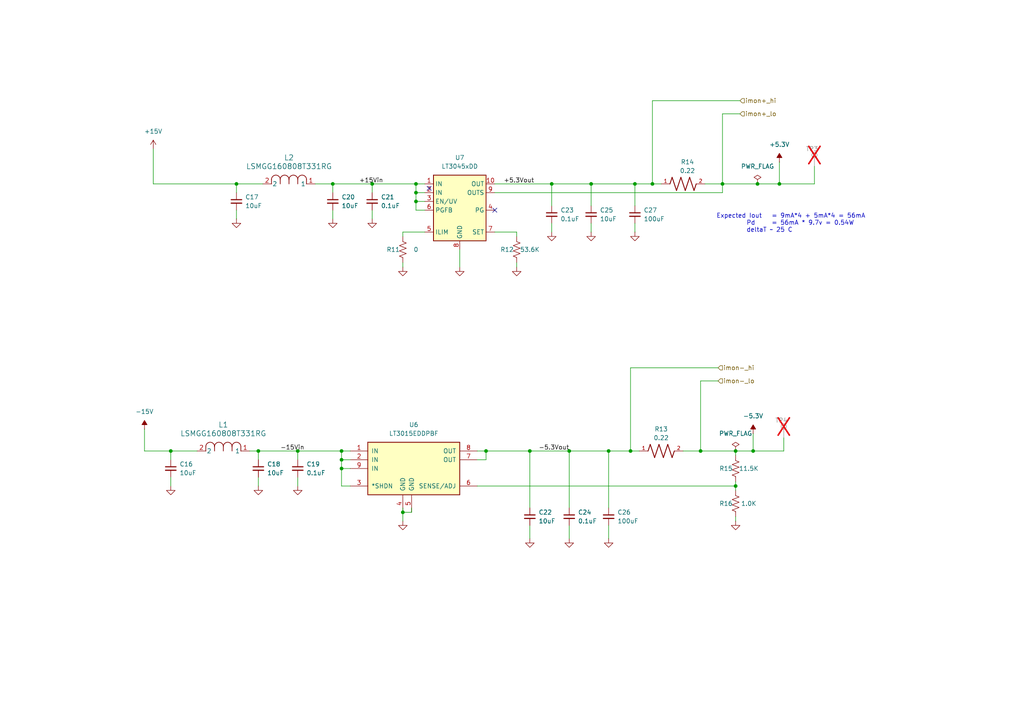
<source format=kicad_sch>
(kicad_sch (version 20250114) (generator "eeschema") (generator_version "9.0")
  (paper "A4")
  (lib_symbols
    (symbol "Connector:TestPoint" (pin_numbers (hide yes)) (pin_names (offset 0.762) (hide yes))
      (property "Reference" "TP" (at 0 6.858 0))
      (property "Value" "TestPoint" (at 0 5.08 0))
      (symbol "TestPoint_0_1"
        (circle (center 0 3.302) (radius 0.762))
      )
      (symbol "TestPoint_1_1"
        (pin passive line (at 0 0 90) (length 2.54) (name "1") (number "1"))
      )
    )
    (symbol "Device:C_Small" (pin_numbers (hide yes)) (pin_names (offset 0.254) (hide yes))
      (property "Reference" "C" (at 0.254 1.778 0))
      (property "Value" "C_Small" (at 0.254 -2.032 0))
      (symbol "C_Small_0_1"
        (polyline (pts (xy -1.524 0.508) (xy 1.524 0.508)) (stroke (width 0.3048)))
        (polyline (pts (xy -1.524 -0.508) (xy 1.524 -0.508)) (stroke (width 0.3302)))
      )
      (symbol "C_Small_1_1"
        (pin passive line (at 0 2.54 270) (length 2.032) (name "~") (number "1"))
        (pin passive line (at 0 -2.54 90) (length 2.032) (name "~") (number "2"))
      )
    )
    (symbol "Device:R_US" (pin_numbers (hide yes)) (pin_names (offset 0))
      (property "Reference" "R" (at 2.54 0 90))
      (property "Value" "R_US" (at -2.54 0 90))
      (symbol "R_US_0_1"
        (polyline (pts (xy 0 2.286) (xy 0 2.54)))
        (polyline (pts (xy 0 2.286) (xy 1.016 1.905) (xy 0 1.524) (xy -1.016 1.143) (xy 0 0.762)))
        (polyline (pts (xy 0 0.762) (xy 1.016 0.381) (xy 0 0) (xy -1.016 -0.381) (xy 0 -0.762)))
        (polyline (pts (xy 0 -0.762) (xy 1.016 -1.143) (xy 0 -1.524) (xy -1.016 -1.905) (xy 0 -2.286)))
        (polyline (pts (xy 0 -2.286) (xy 0 -2.54)))
      )
      (symbol "R_US_1_1"
        (pin passive line (at 0 3.81 270) (length 1.27) (name "~") (number "1"))
        (pin passive line (at 0 -3.81 90) (length 1.27) (name "~") (number "2"))
      )
    )
    (symbol "LSMGG160808T331RG_1" (pin_names (offset 0.254))
      (property "Reference" "L" (at 6.985 5.08 0))
      (property "Value" "LSMGG160808T331RG" (at 6.985 -2.54 0))
      (symbol "LSMGG160808T331RG_1_1_1"
        (polyline (pts (xy 2.54 0) (xy 2.54 1.27)) (stroke (width 0.2032)))
        (arc (start 2.54 1.27) (mid 3.81 2.5344) (end 5.08 1.27) (stroke (width 0.2032)))
        (polyline (pts (xy 5.08 0) (xy 5.08 1.27)) (stroke (width 0.2032)))
        (arc (start 5.08 1.27) (mid 6.35 2.5344) (end 7.62 1.27) (stroke (width 0.2032)))
        (polyline (pts (xy 7.62 0) (xy 7.62 1.27)) (stroke (width 0.2032)))
        (arc (start 7.62 1.27) (mid 8.89 2.5344) (end 10.16 1.27) (stroke (width 0.2032)))
        (polyline (pts (xy 10.16 0) (xy 10.16 1.27)) (stroke (width 0.2032)))
        (arc (start 10.16 1.27) (mid 11.43 2.5344) (end 12.7 1.27) (stroke (width 0.2032)))
        (polyline (pts (xy 12.7 0) (xy 12.7 1.27)) (stroke (width 0.2032)))
        (pin unspecified line (at 0 0 0) (length 2.54) (name "2") (number "2"))
        (pin unspecified line (at 15.24 0 180) (length 2.54) (name "1") (number "1"))
      )
      (symbol "LSMGG160808T331RG_1_1_2"
        (arc (start -1.27 10.16) (mid -2.5344 11.43) (end -1.27 12.7) (stroke (width 0.2032)))
        (arc (start -1.27 7.62) (mid -2.5344 8.89) (end -1.27 10.16) (stroke (width 0.2032)))
        (arc (start -1.27 5.08) (mid -2.5344 6.35) (end -1.27 7.62) (stroke (width 0.2032)))
        (arc (start -1.27 2.54) (mid -2.5344 3.81) (end -1.27 5.08) (stroke (width 0.2032)))
        (polyline (pts (xy 0 12.7) (xy -1.27 12.7)) (stroke (width 0.2032)))
        (polyline (pts (xy 0 10.16) (xy -1.27 10.16)) (stroke (width 0.2032)))
        (polyline (pts (xy 0 7.62) (xy -1.27 7.62)) (stroke (width 0.2032)))
        (polyline (pts (xy 0 5.08) (xy -1.27 5.08)) (stroke (width 0.2032)))
        (polyline (pts (xy 0 2.54) (xy -1.27 2.54)) (stroke (width 0.2032)))
        (pin unspecified line (at 0 15.24 270) (length 2.54) (name "1") (number "1"))
        (pin unspecified line (at 0 0 90) (length 2.54) (name "2") (number "2"))
      )
    )
    (symbol "power:+15V" (power) (pin_numbers (hide yes)) (pin_names (offset 0) (hide yes))
      (property "Value" "+15V" (at 0 3.556 0))
      (symbol "+15V_0_1"
        (polyline (pts (xy -0.762 1.27) (xy 0 2.54)))
        (polyline (pts (xy 0 2.54) (xy 0.762 1.27)))
        (polyline (pts (xy 0 0) (xy 0 2.54)))
      )
      (symbol "+15V_1_1"
        (pin power_in line (at 0 0 90) (length 0) (name "~") (number "1"))
      )
    )
    (symbol "power:GND" (power) (pin_numbers (hide yes)) (pin_names (offset 0) (hide yes))
      (property "Value" "GND" (at 0 -3.81 0))
      (symbol "GND_0_1"
        (polyline (pts (xy 0 0) (xy 0 -1.27) (xy 1.27 -1.27) (xy 0 -2.54) (xy -1.27 -1.27) (xy 0 -1.27)))
      )
      (symbol "GND_1_1"
        (pin power_in line (at 0 0 270) (length 0) (name "~") (number "1"))
      )
    )
    (symbol "power:PWR_FLAG" (power) (pin_numbers (hide yes)) (pin_names (offset 0) (hide yes))
      (property "Value" "PWR_FLAG" (at 0 3.81 0))
      (symbol "PWR_FLAG_0_0"
        (pin power_out line (at 0 0 90) (length 0) (name "~") (number "1"))
      )
      (symbol "PWR_FLAG_0_1"
        (polyline (pts (xy 0 0) (xy 0 1.27) (xy -1.016 1.905) (xy 0 2.54) (xy 1.016 1.905) (xy 0 1.27)))
      )
    )
    (symbol "psc:+5.3V" (power) (pin_numbers (hide yes)) (pin_names (offset 0) (hide yes))
      (property "Value" "+5.3V" (at 0 3.556 0))
      (symbol "+5.3V_0_0"
        (pin power_in line (at 0 0 90) (length 0) (name "~") (number "1"))
      )
      (symbol "+5.3V_0_1"
        (polyline (pts (xy 0 0) (xy 0 1.27) (xy 0.762 1.27) (xy 0 2.54) (xy -0.762 1.27) (xy 0 1.27)) (fill (type outline)))
      )
    )
    (symbol "psc:-15V" (power) (pin_numbers (hide yes)) (pin_names (offset 0) (hide yes))
      (property "Value" "-15V" (at 0 3.556 0))
      (symbol "-15V_0_0"
        (pin power_in line (at 0 0 90) (length 0) (name "~") (number "1"))
      )
      (symbol "-15V_0_1"
        (polyline (pts (xy 0 0) (xy 0 1.27) (xy 0.762 1.27) (xy 0 2.54) (xy -0.762 1.27) (xy 0 1.27)) (fill (type outline)))
      )
    )
    (symbol "psc:-5.3V" (power) (pin_numbers (hide yes)) (pin_names (offset 0) (hide yes))
      (property "Value" "-5.3V" (at 0 3.556 0))
      (symbol "-5.3V_0_0"
        (pin power_in line (at 0 0 90) (length 0) (name "~") (number "1"))
      )
      (symbol "-5.3V_0_1"
        (polyline (pts (xy 0 0) (xy 0 1.27) (xy 0.762 1.27) (xy 0 2.54) (xy -0.762 1.27) (xy 0 1.27)) (fill (type outline)))
      )
    )
    (symbol "psc:KRL2012E-M-R220-F-T5" (pin_names (offset 1.016))
      (property "Reference" "R" (at -7.6244 2.5415 0))
      (property "Value" "KRL2012E-M-R220-F-T5" (at -10.414 -4.826 0))
      (symbol "KRL2012E-M-R220-F-T5_0_0"
        (polyline (pts (xy -5.08 0) (xy -4.445 1.905)) (stroke (width 0.254)))
        (polyline (pts (xy -4.445 1.905) (xy -3.175 -1.905)) (stroke (width 0.254)))
        (polyline (pts (xy -3.175 -1.905) (xy -1.905 1.905)) (stroke (width 0.254)))
        (polyline (pts (xy -1.905 1.905) (xy -0.635 -1.905)) (stroke (width 0.254)))
        (polyline (pts (xy -0.635 -1.905) (xy 0.635 1.905)) (stroke (width 0.254)))
        (polyline (pts (xy 0.635 1.905) (xy 1.905 -1.905)) (stroke (width 0.254)))
        (polyline (pts (xy 1.905 -1.905) (xy 2.54 0)) (stroke (width 0.254)))
      )
      (symbol "KRL2012E-M-R220-F-T5_1_0"
        (pin passive line (at -7.62 0 0) (length 2.54) (name "~") (number "1"))
        (pin passive line (at 5.08 0 180) (length 2.54) (name "~") (number "2"))
      )
    )
    (symbol "psc:LSMGG160808T331RG" (pin_names (offset 0.254))
      (property "Reference" "L" (at 6.985 5.08 0))
      (property "Value" "LSMGG160808T331RG" (at 6.985 -2.54 0))
      (symbol "LSMGG160808T331RG_1_1"
        (polyline (pts (xy 2.54 0) (xy 2.54 1.27)) (stroke (width 0.2032)))
        (arc (start 2.54 1.27) (mid 3.81 2.5344) (end 5.08 1.27) (stroke (width 0.2032)))
        (polyline (pts (xy 5.08 0) (xy 5.08 1.27)) (stroke (width 0.2032)))
        (arc (start 5.08 1.27) (mid 6.35 2.5344) (end 7.62 1.27) (stroke (width 0.2032)))
        (polyline (pts (xy 7.62 0) (xy 7.62 1.27)) (stroke (width 0.2032)))
        (arc (start 7.62 1.27) (mid 8.89 2.5344) (end 10.16 1.27) (stroke (width 0.2032)))
        (polyline (pts (xy 10.16 0) (xy 10.16 1.27)) (stroke (width 0.2032)))
        (arc (start 10.16 1.27) (mid 11.43 2.5344) (end 12.7 1.27) (stroke (width 0.2032)))
        (polyline (pts (xy 12.7 0) (xy 12.7 1.27)) (stroke (width 0.2032)))
        (pin unspecified line (at 0 0 0) (length 2.54) (name "2") (number "2"))
        (pin unspecified line (at 15.24 0 180) (length 2.54) (name "1") (number "1"))
      )
      (symbol "LSMGG160808T331RG_1_2"
        (arc (start -1.27 10.16) (mid -2.5344 11.43) (end -1.27 12.7) (stroke (width 0.2032)))
        (arc (start -1.27 7.62) (mid -2.5344 8.89) (end -1.27 10.16) (stroke (width 0.2032)))
        (arc (start -1.27 5.08) (mid -2.5344 6.35) (end -1.27 7.62) (stroke (width 0.2032)))
        (arc (start -1.27 2.54) (mid -2.5344 3.81) (end -1.27 5.08) (stroke (width 0.2032)))
        (polyline (pts (xy 0 12.7) (xy -1.27 12.7)) (stroke (width 0.2032)))
        (polyline (pts (xy 0 10.16) (xy -1.27 10.16)) (stroke (width 0.2032)))
        (polyline (pts (xy 0 7.62) (xy -1.27 7.62)) (stroke (width 0.2032)))
        (polyline (pts (xy 0 5.08) (xy -1.27 5.08)) (stroke (width 0.2032)))
        (polyline (pts (xy 0 2.54) (xy -1.27 2.54)) (stroke (width 0.2032)))
        (pin unspecified line (at 0 15.24 270) (length 2.54) (name "1") (number "1"))
        (pin unspecified line (at 0 0 90) (length 2.54) (name "2") (number "2"))
      )
    )
    (symbol "psc:LT3015EDDPBF" (pin_names (offset 1.016))
      (property "Reference" "U" (at 39.624 -16.51 0))
      (property "Value" "LT3015EDDPBF" (at 25.146 1.016 0))
      (symbol "LT3015EDDPBF_1_0"
        (pin input line (at 13.97 -2.54 0) (length 5.08) (name "IN") (number "1"))
        (pin input line (at 13.97 -5.08 0) (length 5.08) (name "IN") (number "2"))
        (pin passive line (at 13.97 -7.62 0) (length 5.08) (name "IN") (number "9"))
        (pin bidirectional line (at 13.97 -12.7 0) (length 5.08) (name "*SHDN") (number "3"))
        (pin power_in line (at 29.21 -20.32 90) (length 5.08) (name "GND") (number "4"))
        (pin power_in line (at 31.75 -20.32 90) (length 5.08) (name "GND") (number "5"))
        (pin output line (at 50.8 -2.54 180) (length 5.08) (name "OUT") (number "8"))
        (pin output line (at 50.8 -5.08 180) (length 5.08) (name "OUT") (number "7"))
        (pin input line (at 50.8 -12.7 180) (length 5.08) (name "SENSE/ADJ") (number "6"))
      )
      (symbol "LT3015EDDPBF_1_1"
        (rectangle (start 19.05 0) (end 45.72 -15.24) (stroke (width 0.254)) (fill (type color) (color 255 255 194 1)))
      )
    )
    (symbol "psc:LT3045xDD"
      (property "Reference" "U" (at -6.35 6.35 0))
      (property "Value" "LT3045xDD" (at 1.27 6.35 0))
      (symbol "LT3045xDD_0_1"
        (rectangle (start -7.62 5.08) (end 7.62 -13.97) (stroke (width 0.254)) (fill (type background)))
      )
      (symbol "LT3045xDD_1_1"
        (pin power_in line (at -10.16 2.54 0) (length 2.54) (name "IN") (number "1"))
        (pin passive line (at -10.16 2.54 0) (length 2.54) (hide yes) (name "IN") (number "2"))
        (pin power_in line (at -10.16 0 0) (length 2.54) (name "IN") (number "2"))
        (pin input line (at -10.16 -2.54 0) (length 2.54) (name "EN/UV") (number "3"))
        (pin input line (at -10.16 -5.08 0) (length 2.54) (name "PGFB") (number "6"))
        (pin passive line (at -10.16 -11.43 0) (length 2.54) (name "ILIM") (number "5"))
        (pin passive line (at 0 -16.51 90) (length 2.54) (hide yes) (name "GND") (number "11"))
        (pin power_in line (at 0 -16.51 90) (length 2.54) (name "GND") (number "8"))
        (pin power_out line (at 10.16 2.54 180) (length 2.54) (name "OUT") (number "10"))
        (pin input line (at 10.16 0 180) (length 2.54) (name "OUTS") (number "9"))
        (pin open_collector line (at 10.16 -5.08 180) (length 2.54) (name "PG") (number "4"))
        (pin passive line (at 10.16 -11.43 180) (length 2.54) (name "SET") (number "7"))
      )
    )
  )
  (text "Expected Iout   = 9mA*4 + 5mA*4 = 56mA\n         Pd     = 56mA * 9.7v = 0.54W \n         deltaT ~ 25 C " (at 207.772 64.77 0) (effects (font (size 1.27 1.27)) (justify left)))
  (junction (at 153.67 130.81))
  (junction (at 213.36 140.97))
  (junction (at 182.88 130.81))
  (junction (at 165.1 130.81))
  (junction (at 209.55 53.34))
  (junction (at 49.53 130.81))
  (junction (at 99.06 130.81))
  (junction (at 99.06 135.89))
  (junction (at 120.65 58.42))
  (junction (at 74.93 130.81))
  (junction (at 140.97 130.81))
  (junction (at 203.2 130.81))
  (junction (at 107.95 53.34))
  (junction (at 218.44 130.81))
  (junction (at 120.65 55.88))
  (junction (at 160.02 53.34))
  (junction (at 96.52 53.34))
  (junction (at 226.06 53.34))
  (junction (at 68.58 53.34))
  (junction (at 171.45 53.34))
  (junction (at 213.36 130.81))
  (junction (at 189.23 53.34))
  (junction (at 184.15 53.34))
  (junction (at 99.06 133.35))
  (junction (at 86.36 130.81))
  (junction (at 120.65 53.34))
  (junction (at 219.71 53.34))
  (junction (at 116.84 148.59))
  (junction (at 176.53 130.81))
  (no_connect (at 143.51 60.96))
  (no_connect (at 124.46 54.61))
  (wire (pts (xy 107.95 53.34) (xy 120.65 53.34)))
  (wire (pts (xy 119.38 147.32) (xy 119.38 148.59)))
  (wire (pts (xy 176.53 156.21) (xy 176.53 152.4)))
  (wire (pts (xy 184.15 53.34) (xy 189.23 53.34)))
  (wire (pts (xy 165.1 130.81) (xy 165.1 147.32)))
  (wire (pts (xy 74.93 130.81) (xy 74.93 133.35)))
  (wire (pts (xy 203.2 130.81) (xy 213.36 130.81)))
  (wire (pts (xy 86.36 133.35) (xy 86.36 130.81)))
  (wire (pts (xy 189.23 29.21) (xy 189.23 53.34)))
  (wire (pts (xy 214.63 33.02) (xy 209.55 33.02)))
  (wire (pts (xy 120.65 60.96) (xy 120.65 58.42)))
  (wire (pts (xy 74.93 140.97) (xy 74.93 138.43)))
  (wire (pts (xy 86.36 140.97) (xy 86.36 138.43)))
  (wire (pts (xy 143.51 67.31) (xy 149.86 67.31)))
  (wire (pts (xy 171.45 67.31) (xy 171.45 64.77)))
  (wire (pts (xy 176.53 130.81) (xy 182.88 130.81)))
  (wire (pts (xy 99.06 135.89) (xy 99.06 133.35)))
  (wire (pts (xy 74.93 130.81) (xy 86.36 130.81)))
  (wire (pts (xy 49.53 140.97) (xy 49.53 138.43)))
  (wire (pts (xy 116.84 77.47) (xy 116.84 76.2)))
  (wire (pts (xy 99.06 130.81) (xy 99.06 133.35)))
  (wire (pts (xy 219.71 53.34) (xy 226.06 53.34)))
  (wire (pts (xy 236.22 53.34) (xy 226.06 53.34)))
  (wire (pts (xy 99.06 140.97) (xy 99.06 135.89)))
  (wire (pts (xy 91.44 53.34) (xy 96.52 53.34)))
  (wire (pts (xy 176.53 130.81) (xy 176.53 147.32)))
  (wire (pts (xy 209.55 55.88) (xy 209.55 53.34)))
  (wire (pts (xy 171.45 53.34) (xy 171.45 59.69)))
  (wire (pts (xy 153.67 130.81) (xy 153.67 147.32)))
  (wire (pts (xy 41.91 124.46) (xy 41.91 130.81)))
  (wire (pts (xy 138.43 133.35) (xy 140.97 133.35)))
  (wire (pts (xy 218.44 125.73) (xy 218.44 130.81)))
  (wire (pts (xy 101.6 135.89) (xy 99.06 135.89)))
  (wire (pts (xy 49.53 130.81) (xy 49.53 133.35)))
  (wire (pts (xy 44.45 53.34) (xy 68.58 53.34)))
  (wire (pts (xy 189.23 53.34) (xy 191.77 53.34)))
  (wire (pts (xy 123.19 58.42) (xy 120.65 58.42)))
  (wire (pts (xy 160.02 53.34) (xy 160.02 59.69)))
  (wire (pts (xy 44.45 43.18) (xy 44.45 53.34)))
  (wire (pts (xy 143.51 53.34) (xy 160.02 53.34)))
  (wire (pts (xy 107.95 63.5) (xy 107.95 60.96)))
  (wire (pts (xy 68.58 63.5) (xy 68.58 60.96)))
  (wire (pts (xy 165.1 130.81) (xy 176.53 130.81)))
  (wire (pts (xy 143.51 55.88) (xy 209.55 55.88)))
  (wire (pts (xy 41.91 130.81) (xy 49.53 130.81)))
  (wire (pts (xy 96.52 63.5) (xy 96.52 60.96)))
  (wire (pts (xy 120.65 53.34) (xy 123.19 53.34)))
  (wire (pts (xy 116.84 67.31) (xy 116.84 68.58)))
  (wire (pts (xy 86.36 130.81) (xy 99.06 130.81)))
  (wire (pts (xy 138.43 140.97) (xy 213.36 140.97)))
  (wire (pts (xy 214.63 29.21) (xy 189.23 29.21)))
  (wire (pts (xy 153.67 130.81) (xy 165.1 130.81)))
  (wire (pts (xy 209.55 53.34) (xy 219.71 53.34)))
  (wire (pts (xy 153.67 156.21) (xy 153.67 152.4)))
  (wire (pts (xy 96.52 53.34) (xy 107.95 53.34)))
  (wire (pts (xy 99.06 133.35) (xy 101.6 133.35)))
  (wire (pts (xy 182.88 106.68) (xy 182.88 130.81)))
  (wire (pts (xy 138.43 130.81) (xy 140.97 130.81)))
  (wire (pts (xy 213.36 140.97) (xy 213.36 142.24)))
  (wire (pts (xy 209.55 33.02) (xy 209.55 53.34)))
  (wire (pts (xy 116.84 148.59) (xy 116.84 151.13)))
  (wire (pts (xy 101.6 130.81) (xy 99.06 130.81)))
  (wire (pts (xy 213.36 130.81) (xy 218.44 130.81)))
  (wire (pts (xy 72.39 130.81) (xy 74.93 130.81)))
  (wire (pts (xy 165.1 156.21) (xy 165.1 152.4)))
  (wire (pts (xy 140.97 130.81) (xy 153.67 130.81)))
  (wire (pts (xy 236.22 48.26) (xy 236.22 53.34)))
  (wire (pts (xy 184.15 53.34) (xy 184.15 59.69)))
  (wire (pts (xy 213.36 139.7) (xy 213.36 140.97)))
  (wire (pts (xy 149.86 77.47) (xy 149.86 76.2)))
  (wire (pts (xy 203.2 130.81) (xy 198.12 130.81)))
  (wire (pts (xy 209.55 53.34) (xy 204.47 53.34)))
  (wire (pts (xy 208.28 110.49) (xy 203.2 110.49)))
  (wire (pts (xy 208.28 106.68) (xy 182.88 106.68)))
  (wire (pts (xy 119.38 148.59) (xy 116.84 148.59)))
  (wire (pts (xy 49.53 130.81) (xy 57.15 130.81)))
  (wire (pts (xy 227.33 127) (xy 227.33 130.81)))
  (wire (pts (xy 96.52 53.34) (xy 96.52 55.88)))
  (wire (pts (xy 133.35 72.39) (xy 133.35 77.47)))
  (wire (pts (xy 101.6 140.97) (xy 99.06 140.97)))
  (wire (pts (xy 149.86 68.58) (xy 149.86 67.31)))
  (wire (pts (xy 123.19 55.88) (xy 120.65 55.88)))
  (wire (pts (xy 213.36 151.13) (xy 213.36 149.86)))
  (wire (pts (xy 107.95 55.88) (xy 107.95 53.34)))
  (wire (pts (xy 227.33 130.81) (xy 218.44 130.81)))
  (wire (pts (xy 226.06 46.99) (xy 226.06 53.34)))
  (wire (pts (xy 160.02 53.34) (xy 171.45 53.34)))
  (wire (pts (xy 68.58 53.34) (xy 68.58 55.88)))
  (wire (pts (xy 203.2 110.49) (xy 203.2 130.81)))
  (wire (pts (xy 120.65 58.42) (xy 120.65 55.88)))
  (wire (pts (xy 120.65 55.88) (xy 120.65 53.34)))
  (wire (pts (xy 171.45 53.34) (xy 184.15 53.34)))
  (wire (pts (xy 116.84 147.32) (xy 116.84 148.59)))
  (wire (pts (xy 123.19 60.96) (xy 120.65 60.96)))
  (wire (pts (xy 184.15 67.31) (xy 184.15 64.77)))
  (wire (pts (xy 68.58 53.34) (xy 76.2 53.34)))
  (wire (pts (xy 140.97 130.81) (xy 140.97 133.35)))
  (wire (pts (xy 160.02 67.31) (xy 160.02 64.77)))
  (wire (pts (xy 123.19 67.31) (xy 116.84 67.31)))
  (wire (pts (xy 213.36 130.81) (xy 213.36 132.08)))
  (wire (pts (xy 182.88 130.81) (xy 185.42 130.81)))
  (label "+5.3Vout" (at 146.05 53.34 0))
  (label "+15Vin" (at 104.14 53.34 0))
  (label "-15Vin" (at 81.28 130.81 0))
  (label "-5.3Vout" (at 156.21 130.81 0))
  (hierarchical_label "imon+_lo" (shape input) (at 214.63 33.02 0))
  (hierarchical_label "imon-_hi" (shape input) (at 208.28 106.68 0))
  (hierarchical_label "imon-_lo" (shape input) (at 208.28 110.49 0))
  (hierarchical_label "imon+_hi" (shape input) (at 214.63 29.21 0))
  (symbol (lib_id "power:GND") (at 153.67 156.21 0) (unit 1)
    (property "Reference" "#PWR072" (effects (hide yes)))
    (property "Value" "GND" (effects (hide yes)))
    (property "Description" "Power symbol creates a global label with name \"GND\" , ground" (effects (hide yes)))
  )
  (symbol (lib_id "power:GND") (at 116.84 151.13 0) (unit 1)
    (property "Reference" "#PWR069" (effects (hide yes)))
    (property "Value" "GND" (effects (hide yes)))
    (property "Description" "Power symbol creates a global label with name \"GND\" , ground" (effects (hide yes)))
  )
  (symbol (lib_id "psc:LT3045xDD") (at 133.35 55.88 0) (unit 1)
    (property "Reference" "U7" (at 133.35 45.72 0))
    (property "Value" "LT3045xDD" (at 133.35 48.26 0))
    (property "Footprint" "Package_DFN_QFN:DFN-10-1EP_3x3mm_P0.5mm_EP1.65x2.38mm" (effects (hide yes)))
    (property "Datasheet" "https://www.analog.com/media/en/technical-documentation/data-sheets/3045fa.pdf" (effects (hide yes)))
    (property "Description" "IC REG LIN POS ADJ 500MA 10DFN" (effects (hide yes)))
    (property "Cost" "6.06" (effects (hide yes)))
    (property "MFG" "Analog Devices" (effects (hide yes)))
    (property "MFG_PN" "LT3045EDD#TRPBF" (effects (hide yes)))
  )
  (symbol (lib_id "power:GND") (at 184.15 67.31 0) (unit 1)
    (property "Reference" "#PWR077" (effects (hide yes)))
    (property "Value" "GND" (effects (hide yes)))
    (property "Description" "Power symbol creates a global label with name \"GND\" , ground" (effects (hide yes)))
  )
  (symbol (lib_id "psc:-5.3V") (at 218.44 125.73 0) (unit 1)
    (property "Reference" "#PWR079" (effects (hide yes)))
    (property "Value" "-5.3V" (at 218.44 120.65 0))
    (property "Description" "Power symbol creates a global label with name \"-15V\"" (effects (hide yes)))
  )
  (symbol (lib_id "Device:C_Small") (at 153.67 149.86 0) (unit 1)
    (property "Reference" "C22" (at 156.21 148.5962 0) (effects (justify left)))
    (property "Value" "10uF" (at 156.21 151.1362 0) (effects (justify left)))
    (property "Footprint" "Capacitor_SMD:C_0603_1608Metric" (effects (hide yes)))
    (property "Description" "CAP CER 10UF 25V X5R 0603" (effects (hide yes)))
    (property "Voltage" "25V" (effects (hide yes)))
    (property "MFG_PN" "CL10A106MA8NRNC" (effects (hide yes)))
    (property "Cost" ".04" (effects (hide yes)))
    (property "MFG" "Samsung" (effects (hide yes)))
  )
  (symbol (lib_id "power:PWR_FLAG") (at 219.71 53.34 0) (unit 1)
    (property "Reference" "#FLG05" (effects (hide yes)))
    (property "Value" "PWR_FLAG" (at 219.71 48.26 0))
    (property "Description" "Special symbol for telling ERC where power comes from" (effects (hide yes)))
  )
  (symbol (lib_id "power:PWR_FLAG") (at 213.36 130.81 0) (unit 1)
    (property "Reference" "#FLG06" (effects (hide yes)))
    (property "Value" "PWR_FLAG" (at 213.36 125.73 0))
    (property "Description" "Special symbol for telling ERC where power comes from" (effects (hide yes)))
  )
  (symbol (lib_id "Device:C_Small") (at 184.15 62.23 0) (unit 1)
    (property "Reference" "C27" (at 186.69 60.9662 0) (effects (justify left)))
    (property "Value" "100uF" (at 186.69 63.5062 0) (effects (justify left)))
    (property "Footprint" "Capacitor_SMD:C_1206_3216Metric" (effects (hide yes)))
    (property "Description" "CAP CER 100UF 10V X5R 1206" (effects (hide yes)))
    (property "Voltage" "10V" (effects (hide yes)))
    (property "MFG_PN" "GRM31CR61A107MEA8L" (effects (hide yes)))
    (property "Cost" "0.22" (effects (hide yes)))
    (property "MFG" "Murata" (effects (hide yes)))
  )
  (symbol (lib_id "power:GND") (at 133.35 77.47 0) (unit 1)
    (property "Reference" "#PWR070" (effects (hide yes)))
    (property "Value" "GND" (effects (hide yes)))
    (property "Description" "Power symbol creates a global label with name \"GND\" , ground" (effects (hide yes)))
  )
  (symbol (lib_name "LSMGG160808T331RG_1") (lib_id "psc:LSMGG160808T331RG") (at 76.2 53.34 0) (unit 1)
    (property "Reference" "L2" (at 83.82 45.72 0) (effects (font (size 1.524 1.524))))
    (property "Value" "LSMGG160808T331RG" (at 83.82 48.26 0) (effects (font (size 1.524 1.524))))
    (property "Footprint" "myparts:IND_LSMG_160808_TAY" (effects (hide yes)))
    (property "Datasheet" "LSMGG160808T331RG" (effects (hide yes)))
    (property "Description" "FERRITE BEAD 330 OHM 0603 1LN" (effects (hide yes)))
    (property "MFG" "Taiyo Yuden" (effects (hide yes)))
    (property "MFG_PN" "LSMGG160808T331RG" (effects (hide yes)))
    (property "Cost" ".01" (effects (hide yes)))
  )
  (symbol (lib_id "power:GND") (at 96.52 63.5 0) (unit 1)
    (property "Reference" "#PWR066" (effects (hide yes)))
    (property "Value" "GND" (effects (hide yes)))
    (property "Description" "Power symbol creates a global label with name \"GND\" , ground" (effects (hide yes)))
  )
  (symbol (lib_id "Device:R_US") (at 149.86 72.39 0) (unit 1)
    (property "Reference" "R12" (at 147.066 72.39 0))
    (property "Value" "53.6K" (at 153.67 72.39 0))
    (property "Footprint" "Resistor_SMD:R_0402_1005Metric" (effects (hide yes)))
    (property "Description" "RES SMD 53.6K OHM 1% 1/10W 0402" (effects (hide yes)))
    (property "Tolerance" "1%" (effects (hide yes)))
    (property "MFG" "Panasonic" (effects (hide yes)))
    (property "MFG_PN" "ERJ-2RKF5362X" (effects (hide yes)))
    (property "Cost" "0.01" (effects (hide yes)))
  )
  (symbol (lib_id "psc:+5.3V") (at 226.06 46.99 0) (unit 1)
    (property "Reference" "#PWR080" (effects (hide yes)))
    (property "Value" "+5.3V" (at 226.06 41.91 0))
    (property "Description" "Power symbol creates a global label with name \"-15V\"" (effects (hide yes)))
  )
  (symbol (lib_id "power:GND") (at 213.36 151.13 0) (unit 1)
    (property "Reference" "#PWR078" (effects (hide yes)))
    (property "Value" "GND" (effects (hide yes)))
    (property "Description" "Power symbol creates a global label with name \"GND\" , ground" (effects (hide yes)))
  )
  (symbol (lib_id "power:GND") (at 176.53 156.21 0) (unit 1)
    (property "Reference" "#PWR076" (effects (hide yes)))
    (property "Value" "GND" (effects (hide yes)))
    (property "Description" "Power symbol creates a global label with name \"GND\" , ground" (effects (hide yes)))
  )
  (symbol (lib_id "Device:C_Small") (at 171.45 62.23 0) (unit 1)
    (property "Reference" "C25" (at 173.99 60.9662 0) (effects (justify left)))
    (property "Value" "10uF" (at 173.99 63.5062 0) (effects (justify left)))
    (property "Footprint" "Capacitor_SMD:C_0603_1608Metric" (effects (hide yes)))
    (property "Description" "CAP CER 10UF 25V X5R 0603" (effects (hide yes)))
    (property "Voltage" "25V" (effects (hide yes)))
    (property "MFG_PN" "CL10A106MA8NRNC" (effects (hide yes)))
    (property "Cost" ".04" (effects (hide yes)))
    (property "MFG" "Samsung" (effects (hide yes)))
  )
  (symbol (lib_id "power:GND") (at 74.93 140.97 0) (unit 1)
    (property "Reference" "#PWR064" (effects (hide yes)))
    (property "Value" "GND" (effects (hide yes)))
    (property "Description" "Power symbol creates a global label with name \"GND\" , ground" (effects (hide yes)))
  )
  (symbol (lib_id "Device:C_Small") (at 176.53 149.86 0) (unit 1)
    (property "Reference" "C26" (at 179.07 148.5962 0) (effects (justify left)))
    (property "Value" "100uF" (at 179.07 151.1362 0) (effects (justify left)))
    (property "Footprint" "Capacitor_SMD:C_1206_3216Metric" (effects (hide yes)))
    (property "Description" "CAP CER 100UF 10V X5R 1206" (effects (hide yes)))
    (property "Voltage" "10V" (effects (hide yes)))
    (property "MFG_PN" "GRM31CR61A107MEA8L" (effects (hide yes)))
    (property "Cost" "0.22" (effects (hide yes)))
    (property "MFG" "Murata" (effects (hide yes)))
  )
  (symbol (lib_id "power:+15V") (at 44.45 43.18 0) (unit 1)
    (property "Reference" "#PWR061" (effects (hide yes)))
    (property "Value" "+15V" (at 44.45 38.1 0))
    (property "Description" "Power symbol creates a global label with name \"+15V\"" (effects (hide yes)))
  )
  (symbol (lib_id "psc:LSMGG160808T331RG") (at 57.15 130.81 0) (unit 1)
    (property "Reference" "L1" (at 64.77 123.19 0) (effects (font (size 1.524 1.524))))
    (property "Value" "LSMGG160808T331RG" (at 64.77 125.73 0) (effects (font (size 1.524 1.524))))
    (property "Footprint" "myparts:IND_LSMG_160808_TAY" (effects (hide yes)))
    (property "Datasheet" "LSMGG160808T331RG" (effects (hide yes)))
    (property "Description" "FERRITE BEAD 330 OHM 0603 1LN" (effects (hide yes)))
    (property "MFG" "Taiyo Yuden" (effects (hide yes)))
    (property "MFG_PN" "LSMGG160808T331RG" (effects (hide yes)))
    (property "Cost" ".01" (effects (hide yes)))
  )
  (symbol (lib_id "power:GND") (at 160.02 67.31 0) (unit 1)
    (property "Reference" "#PWR073" (effects (hide yes)))
    (property "Value" "GND" (effects (hide yes)))
    (property "Description" "Power symbol creates a global label with name \"GND\" , ground" (effects (hide yes)))
  )
  (symbol (lib_id "Device:C_Small") (at 68.58 58.42 0) (unit 1)
    (property "Reference" "C17" (at 71.12 57.1562 0) (effects (justify left)))
    (property "Value" "10uF" (at 71.12 59.6962 0) (effects (justify left)))
    (property "Footprint" "Capacitor_SMD:C_0603_1608Metric" (effects (hide yes)))
    (property "Description" "CAP CER 10UF 25V X5R 0603" (effects (hide yes)))
    (property "Voltage" "25V" (effects (hide yes)))
    (property "MFG_PN" "CL10A106MA8NRNC" (effects (hide yes)))
    (property "Cost" ".04" (effects (hide yes)))
    (property "MFG" "Samsung" (effects (hide yes)))
  )
  (symbol (lib_id "power:GND") (at 86.36 140.97 0) (unit 1)
    (property "Reference" "#PWR065" (effects (hide yes)))
    (property "Value" "GND" (effects (hide yes)))
    (property "Description" "Power symbol creates a global label with name \"GND\" , ground" (effects (hide yes)))
  )
  (symbol (lib_id "Connector:TestPoint") (at 236.22 48.26 0) (unit 1) (dnp yes)
    (property "Reference" "TP3" (at 233.68 43.18 0) (effects (justify left)))
    (property "Value" "${SHORT_NET_NAME(1)}" (effects (hide yes)))
    (property "Footprint" "TestPoint:TestPoint_THTPad_D2.0mm_Drill1.0mm" (effects (hide yes)))
    (property "${DNP}" "${DNP}" (effects (hide yes)))
    (property "MFG" "N/A" (effects (hide yes)))
    (property "MFG_PN" "N/A" (effects (hide yes)))
  )
  (symbol (lib_id "power:GND") (at 107.95 63.5 0) (unit 1)
    (property "Reference" "#PWR067" (effects (hide yes)))
    (property "Value" "GND" (effects (hide yes)))
    (property "Description" "Power symbol creates a global label with name \"GND\" , ground" (effects (hide yes)))
  )
  (symbol (lib_id "power:GND") (at 116.84 77.47 0) (unit 1)
    (property "Reference" "#PWR068" (effects (hide yes)))
    (property "Value" "GND" (effects (hide yes)))
    (property "Description" "Power symbol creates a global label with name \"GND\" , ground" (effects (hide yes)))
  )
  (symbol (lib_id "power:GND") (at 171.45 67.31 0) (unit 1)
    (property "Reference" "#PWR075" (effects (hide yes)))
    (property "Value" "GND" (effects (hide yes)))
    (property "Description" "Power symbol creates a global label with name \"GND\" , ground" (effects (hide yes)))
  )
  (symbol (lib_id "Device:R_US") (at 116.84 72.39 0) (unit 1)
    (property "Reference" "R11" (at 114.046 72.39 0))
    (property "Value" "0" (at 120.65 72.39 0))
    (property "Footprint" "Resistor_SMD:R_0402_1005Metric" (effects (hide yes)))
    (property "Description" "RES SMD 0 OHM JUMPER 1/10W 0402" (effects (hide yes)))
    (property "Tolerance" "1%" (effects (hide yes)))
    (property "MFG" "Panasonic" (effects (hide yes)))
    (property "MFG_PN" "ERJ-2GE0R00X" (effects (hide yes)))
    (property "Cost" "0.01" (effects (hide yes)))
  )
  (symbol (lib_id "Device:C_Small") (at 49.53 135.89 0) (unit 1)
    (property "Reference" "C16" (at 52.07 134.6262 0) (effects (justify left)))
    (property "Value" "10uF" (at 52.07 137.1662 0) (effects (justify left)))
    (property "Footprint" "Capacitor_SMD:C_0603_1608Metric" (effects (hide yes)))
    (property "Description" "CAP CER 10UF 25V X5R 0603" (effects (hide yes)))
    (property "Voltage" "25V" (effects (hide yes)))
    (property "MFG_PN" "CL10A106MA8NRNC" (effects (hide yes)))
    (property "Cost" ".04" (effects (hide yes)))
    (property "MFG" "Samsung" (effects (hide yes)))
  )
  (symbol (lib_id "psc:KRL2012E-M-R220-F-T5") (at 199.39 53.34 0) (unit 1)
    (property "Reference" "R14" (at 199.39 46.99 0))
    (property "Value" "0.22" (at 199.39 49.53 0))
    (property "Footprint" "myparts:RESC1220X70N" (effects (hide yes)))
    (property "Description" "RES 0.22 OHM 1W 0805 WIDE" (effects (hide yes)))
    (property "MFG" "Susumu" (effects (hide yes)))
    (property "MFG_PN" "KRL2012E-M-R220-F-T5" (effects (hide yes)))
    (property "Cost" "0.38" (effects (hide yes)))
  )
  (symbol (lib_id "Device:R_US") (at 213.36 135.89 0) (unit 1)
    (property "Reference" "R15" (at 210.566 135.89 0))
    (property "Value" "11.5K" (at 217.17 135.89 0))
    (property "Footprint" "Resistor_SMD:R_0402_1005Metric" (effects (hide yes)))
    (property "Description" "ERJ-2RKF1152X" (effects (hide yes)))
    (property "Tolerance" "1%" (effects (hide yes)))
    (property "Cost" "0.01" (effects (hide yes)))
    (property "MFG" "Panasonic" (effects (hide yes)))
    (property "MFG_PN" "ERJ-2RKF1152X" (effects (hide yes)))
  )
  (symbol (lib_id "power:GND") (at 68.58 63.5 0) (unit 1)
    (property "Reference" "#PWR063" (effects (hide yes)))
    (property "Value" "GND" (effects (hide yes)))
    (property "Description" "Power symbol creates a global label with name \"GND\" , ground" (effects (hide yes)))
  )
  (symbol (lib_id "power:GND") (at 149.86 77.47 0) (unit 1)
    (property "Reference" "#PWR071" (effects (hide yes)))
    (property "Value" "GND" (effects (hide yes)))
    (property "Description" "Power symbol creates a global label with name \"GND\" , ground" (effects (hide yes)))
  )
  (symbol (lib_id "Device:C_Small") (at 86.36 135.89 0) (unit 1)
    (property "Reference" "C19" (at 88.9 134.6262 0) (effects (justify left)))
    (property "Value" "0.1uF" (at 88.9 137.1662 0) (effects (justify left)))
    (property "Footprint" "Capacitor_SMD:C_0402_1005Metric" (effects (hide yes)))
    (property "Description" "CAP CER 0.1UF 25V X5R 0402" (effects (hide yes)))
    (property "MFG" "Taiyo Yuden" (effects (hide yes)))
    (property "MFG_PN" "TMK105BJ104KV-F" (effects (hide yes)))
    (property "Cost" ".01" (effects (hide yes)))
  )
  (symbol (lib_id "Device:C_Small") (at 96.52 58.42 0) (unit 1)
    (property "Reference" "C20" (at 99.06 57.1562 0) (effects (justify left)))
    (property "Value" "10uF" (at 99.06 59.6962 0) (effects (justify left)))
    (property "Footprint" "Capacitor_SMD:C_0603_1608Metric" (effects (hide yes)))
    (property "Description" "CAP CER 10UF 25V X5R 0603" (effects (hide yes)))
    (property "Voltage" "25V" (effects (hide yes)))
    (property "MFG_PN" "CL10A106MA8NRNC" (effects (hide yes)))
    (property "Cost" ".04" (effects (hide yes)))
    (property "MFG" "Samsung" (effects (hide yes)))
  )
  (symbol (lib_id "power:GND") (at 165.1 156.21 0) (unit 1)
    (property "Reference" "#PWR074" (effects (hide yes)))
    (property "Value" "GND" (effects (hide yes)))
    (property "Description" "Power symbol creates a global label with name \"GND\" , ground" (effects (hide yes)))
  )
  (symbol (lib_id "Device:C_Small") (at 74.93 135.89 0) (unit 1)
    (property "Reference" "C18" (at 77.47 134.6262 0) (effects (justify left)))
    (property "Value" "10uF" (at 77.47 137.1662 0) (effects (justify left)))
    (property "Footprint" "Capacitor_SMD:C_0603_1608Metric" (effects (hide yes)))
    (property "Description" "CAP CER 10UF 25V X5R 0603" (effects (hide yes)))
    (property "Voltage" "25V" (effects (hide yes)))
    (property "MFG_PN" "CL10A106MA8NRNC" (effects (hide yes)))
    (property "Cost" ".04" (effects (hide yes)))
    (property "MFG" "Samsung" (effects (hide yes)))
  )
  (symbol (lib_id "psc:-15V") (at 41.91 124.46 0) (unit 1)
    (property "Reference" "#PWR060" (effects (hide yes)))
    (property "Value" "-15V" (at 41.91 119.38 0))
    (property "Description" "Power symbol creates a global label with name \"-15V\"" (effects (hide yes)))
  )
  (symbol (lib_id "Connector:TestPoint") (at 227.33 127 0) (unit 1) (dnp yes)
    (property "Reference" "TP4" (at 224.79 121.92 0) (effects (justify left)))
    (property "Value" "${SHORT_NET_NAME(1)}" (effects (hide yes)))
    (property "Footprint" "TestPoint:TestPoint_THTPad_D2.0mm_Drill1.0mm" (effects (hide yes)))
    (property "${DNP}" "${DNP}" (effects (hide yes)))
    (property "MFG" "N/A" (effects (hide yes)))
    (property "MFG_PN" "N/A" (effects (hide yes)))
  )
  (symbol (lib_id "power:GND") (at 49.53 140.97 0) (unit 1)
    (property "Reference" "#PWR062" (effects (hide yes)))
    (property "Value" "GND" (effects (hide yes)))
    (property "Description" "Power symbol creates a global label with name \"GND\" , ground" (effects (hide yes)))
  )
  (symbol (lib_id "Device:C_Small") (at 160.02 62.23 0) (unit 1)
    (property "Reference" "C23" (at 162.56 60.9662 0) (effects (justify left)))
    (property "Value" "0.1uF" (at 162.56 63.5062 0) (effects (justify left)))
    (property "Footprint" "Capacitor_SMD:C_0402_1005Metric" (effects (hide yes)))
    (property "Description" "CAP CER 0.1UF 25V X5R 0402" (effects (hide yes)))
    (property "MFG" "Taiyo Yuden" (effects (hide yes)))
    (property "MFG_PN" "TMK105BJ104KV-F" (effects (hide yes)))
    (property "Cost" ".01" (effects (hide yes)))
  )
  (symbol (lib_id "Device:C_Small") (at 165.1 149.86 0) (unit 1)
    (property "Reference" "C24" (at 167.64 148.5962 0) (effects (justify left)))
    (property "Value" "0.1uF" (at 167.64 151.1362 0) (effects (justify left)))
    (property "Footprint" "Capacitor_SMD:C_0402_1005Metric" (effects (hide yes)))
    (property "Description" "CAP CER 0.1UF 25V X5R 0402" (effects (hide yes)))
    (property "MFG" "Taiyo Yuden" (effects (hide yes)))
    (property "MFG_PN" "TMK105BJ104KV-F" (effects (hide yes)))
    (property "Cost" ".01" (effects (hide yes)))
  )
  (symbol (lib_id "Device:R_US") (at 213.36 146.05 0) (unit 1)
    (property "Reference" "R16" (at 210.566 146.05 0))
    (property "Value" "1.0K" (at 217.17 146.05 0))
    (property "Footprint" "Resistor_SMD:R_0402_1005Metric" (effects (hide yes)))
    (property "Description" "RES SMD 1K OHM 1% 1/10W 0402" (effects (hide yes)))
    (property "Tolerance" "1%" (effects (hide yes)))
    (property "MFG" "Panasonic" (effects (hide yes)))
    (property "MFG_PN" "ERJ-2RKF1001X" (effects (hide yes)))
    (property "Cost" "0.01" (effects (hide yes)))
  )
  (symbol (lib_id "psc:KRL2012E-M-R220-F-T5") (at 193.04 130.81 0) (unit 1)
    (property "Reference" "R13" (at 191.77 124.46 0))
    (property "Value" "0.22" (at 191.77 127 0))
    (property "Footprint" "myparts:RESC1220X70N" (effects (hide yes)))
    (property "Description" "RES 0.22 OHM 1W 0805 WIDE" (effects (hide yes)))
    (property "MFG" "Susumu" (effects (hide yes)))
    (property "MFG_PN" "KRL2012E-M-R220-F-T5" (effects (hide yes)))
    (property "Cost" "0.38" (effects (hide yes)))
  )
  (symbol (lib_id "Device:C_Small") (at 107.95 58.42 0) (unit 1)
    (property "Reference" "C21" (at 110.49 57.1562 0) (effects (justify left)))
    (property "Value" "0.1uF" (at 110.49 59.6962 0) (effects (justify left)))
    (property "Footprint" "Capacitor_SMD:C_0402_1005Metric" (effects (hide yes)))
    (property "Description" "CAP CER 0.1UF 25V X5R 0402" (effects (hide yes)))
    (property "MFG" "Taiyo Yuden" (effects (hide yes)))
    (property "MFG_PN" "TMK105BJ104KV-F" (effects (hide yes)))
    (property "Cost" ".01" (effects (hide yes)))
  )
  (symbol (lib_id "psc:LT3015EDDPBF") (at 87.63 128.27 0) (unit 1)
    (property "Reference" "U6" (at 120.015 123.19 0))
    (property "Value" "LT3015EDDPBF" (at 120.015 125.73 0))
    (property "Footprint" "myparts:DFN-8_DD" (effects (hide yes)))
    (property "Description" "IC REG LINEAR NEG ADJ 1.5A 8-DFN" (effects (hide yes)))
    (property "VENDOR" "Linear Technology" (effects (hide yes)))
    (property "MANUFACTURER_PART_NUMBER" "lt3015edd#pbf" (effects (hide yes)))
    (property "Cost" "5.79" (effects (hide yes)))
    (property "MFG" "Analog Devices" (effects (hide yes)))
    (property "MFG_PN" "LT3015EDD#PBF" (effects (hide yes)))
  )
)
</source>
